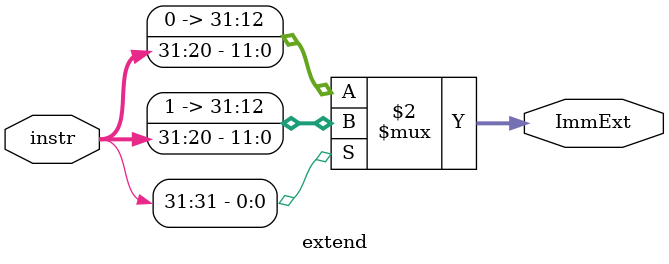
<source format=v>
module extend(instr,ImmExt);
input [31:0]instr; // takes the 31 to 20th bits, check if 31st bit is 1 or 0 and sign extend
output [31:0]ImmExt;

assign ImmExt = (instr[31] == 1'b1) ? {{20{1'b1}}, instr[31:20]} : {{20{1'b0}}, instr[31:20]}; // sign extension

endmodule
</source>
